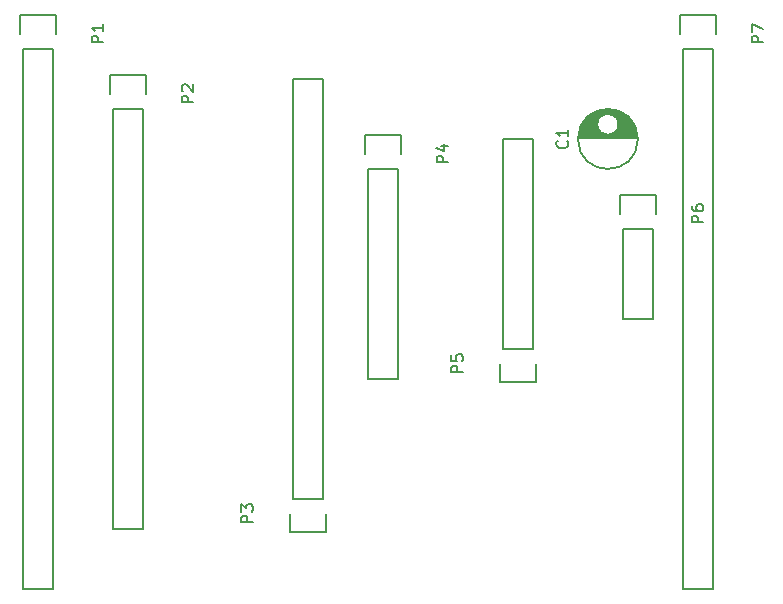
<source format=gbr>
G04 #@! TF.FileFunction,Legend,Top*
%FSLAX46Y46*%
G04 Gerber Fmt 4.6, Leading zero omitted, Abs format (unit mm)*
G04 Created by KiCad (PCBNEW 4.0.3+e1-6302~38~ubuntu16.04.1-stable) date Tue Aug 16 16:01:47 2016*
%MOMM*%
%LPD*%
G01*
G04 APERTURE LIST*
%ADD10C,0.100000*%
%ADD11C,0.150000*%
G04 APERTURE END LIST*
D10*
D11*
X96561000Y-64715000D02*
X101559000Y-64715000D01*
X96569000Y-64575000D02*
X101551000Y-64575000D01*
X96585000Y-64435000D02*
X98965000Y-64435000D01*
X99155000Y-64435000D02*
X101535000Y-64435000D01*
X96609000Y-64295000D02*
X98570000Y-64295000D01*
X99550000Y-64295000D02*
X101511000Y-64295000D01*
X96642000Y-64155000D02*
X98403000Y-64155000D01*
X99717000Y-64155000D02*
X101478000Y-64155000D01*
X96683000Y-64015000D02*
X98296000Y-64015000D01*
X99824000Y-64015000D02*
X101437000Y-64015000D01*
X96733000Y-63875000D02*
X98225000Y-63875000D01*
X99895000Y-63875000D02*
X101387000Y-63875000D01*
X96794000Y-63735000D02*
X98181000Y-63735000D01*
X99939000Y-63735000D02*
X101326000Y-63735000D01*
X96864000Y-63595000D02*
X98162000Y-63595000D01*
X99958000Y-63595000D02*
X101256000Y-63595000D01*
X96946000Y-63455000D02*
X98164000Y-63455000D01*
X99956000Y-63455000D02*
X101174000Y-63455000D01*
X97041000Y-63315000D02*
X98189000Y-63315000D01*
X99931000Y-63315000D02*
X101079000Y-63315000D01*
X97152000Y-63175000D02*
X98237000Y-63175000D01*
X99883000Y-63175000D02*
X100968000Y-63175000D01*
X97280000Y-63035000D02*
X98315000Y-63035000D01*
X99805000Y-63035000D02*
X100840000Y-63035000D01*
X97429000Y-62895000D02*
X98432000Y-62895000D01*
X99688000Y-62895000D02*
X100691000Y-62895000D01*
X97608000Y-62755000D02*
X98620000Y-62755000D01*
X99500000Y-62755000D02*
X100512000Y-62755000D01*
X97827000Y-62615000D02*
X100293000Y-62615000D01*
X98116000Y-62475000D02*
X100004000Y-62475000D01*
X98588000Y-62335000D02*
X99532000Y-62335000D01*
X99960000Y-63540000D02*
G75*
G03X99960000Y-63540000I-900000J0D01*
G01*
X101597500Y-64790000D02*
G75*
G03X101597500Y-64790000I-2537500J0D01*
G01*
X49530000Y-57150000D02*
X49530000Y-102870000D01*
X49530000Y-102870000D02*
X52070000Y-102870000D01*
X52070000Y-102870000D02*
X52070000Y-57150000D01*
X49250000Y-54330000D02*
X49250000Y-55880000D01*
X49530000Y-57150000D02*
X52070000Y-57150000D01*
X52350000Y-55880000D02*
X52350000Y-54330000D01*
X52350000Y-54330000D02*
X49250000Y-54330000D01*
X59690000Y-62230000D02*
X59690000Y-97790000D01*
X59690000Y-97790000D02*
X57150000Y-97790000D01*
X57150000Y-97790000D02*
X57150000Y-62230000D01*
X56870000Y-59410000D02*
X56870000Y-60960000D01*
X57150000Y-62230000D02*
X59690000Y-62230000D01*
X59970000Y-60960000D02*
X59970000Y-59410000D01*
X59970000Y-59410000D02*
X56870000Y-59410000D01*
X72390000Y-95250000D02*
X72390000Y-59690000D01*
X72390000Y-59690000D02*
X74930000Y-59690000D01*
X74930000Y-59690000D02*
X74930000Y-95250000D01*
X75210000Y-98070000D02*
X75210000Y-96520000D01*
X74930000Y-95250000D02*
X72390000Y-95250000D01*
X72110000Y-96520000D02*
X72110000Y-98070000D01*
X72110000Y-98070000D02*
X75210000Y-98070000D01*
X78740000Y-67310000D02*
X78740000Y-85090000D01*
X78740000Y-85090000D02*
X81280000Y-85090000D01*
X81280000Y-85090000D02*
X81280000Y-67310000D01*
X78460000Y-64490000D02*
X78460000Y-66040000D01*
X78740000Y-67310000D02*
X81280000Y-67310000D01*
X81560000Y-66040000D02*
X81560000Y-64490000D01*
X81560000Y-64490000D02*
X78460000Y-64490000D01*
X92710000Y-82550000D02*
X92710000Y-64770000D01*
X92710000Y-64770000D02*
X90170000Y-64770000D01*
X90170000Y-64770000D02*
X90170000Y-82550000D01*
X92990000Y-85370000D02*
X92990000Y-83820000D01*
X92710000Y-82550000D02*
X90170000Y-82550000D01*
X89890000Y-83820000D02*
X89890000Y-85370000D01*
X89890000Y-85370000D02*
X92990000Y-85370000D01*
X102870000Y-72390000D02*
X102870000Y-80010000D01*
X100330000Y-72390000D02*
X100330000Y-80010000D01*
X100050000Y-69570000D02*
X100050000Y-71120000D01*
X102870000Y-80010000D02*
X100330000Y-80010000D01*
X100330000Y-72390000D02*
X102870000Y-72390000D01*
X103150000Y-71120000D02*
X103150000Y-69570000D01*
X103150000Y-69570000D02*
X100050000Y-69570000D01*
X105410000Y-57150000D02*
X105410000Y-102870000D01*
X105410000Y-102870000D02*
X107950000Y-102870000D01*
X107950000Y-102870000D02*
X107950000Y-57150000D01*
X105130000Y-54330000D02*
X105130000Y-55880000D01*
X105410000Y-57150000D02*
X107950000Y-57150000D01*
X108230000Y-55880000D02*
X108230000Y-54330000D01*
X108230000Y-54330000D02*
X105130000Y-54330000D01*
X95617143Y-64956666D02*
X95664762Y-65004285D01*
X95712381Y-65147142D01*
X95712381Y-65242380D01*
X95664762Y-65385238D01*
X95569524Y-65480476D01*
X95474286Y-65528095D01*
X95283810Y-65575714D01*
X95140952Y-65575714D01*
X94950476Y-65528095D01*
X94855238Y-65480476D01*
X94760000Y-65385238D01*
X94712381Y-65242380D01*
X94712381Y-65147142D01*
X94760000Y-65004285D01*
X94807619Y-64956666D01*
X95712381Y-64004285D02*
X95712381Y-64575714D01*
X95712381Y-64290000D02*
X94712381Y-64290000D01*
X94855238Y-64385238D01*
X94950476Y-64480476D01*
X94998095Y-64575714D01*
X56352381Y-56618095D02*
X55352381Y-56618095D01*
X55352381Y-56237142D01*
X55400000Y-56141904D01*
X55447619Y-56094285D01*
X55542857Y-56046666D01*
X55685714Y-56046666D01*
X55780952Y-56094285D01*
X55828571Y-56141904D01*
X55876190Y-56237142D01*
X55876190Y-56618095D01*
X56352381Y-55094285D02*
X56352381Y-55665714D01*
X56352381Y-55380000D02*
X55352381Y-55380000D01*
X55495238Y-55475238D01*
X55590476Y-55570476D01*
X55638095Y-55665714D01*
X63972381Y-61698095D02*
X62972381Y-61698095D01*
X62972381Y-61317142D01*
X63020000Y-61221904D01*
X63067619Y-61174285D01*
X63162857Y-61126666D01*
X63305714Y-61126666D01*
X63400952Y-61174285D01*
X63448571Y-61221904D01*
X63496190Y-61317142D01*
X63496190Y-61698095D01*
X63067619Y-60745714D02*
X63020000Y-60698095D01*
X62972381Y-60602857D01*
X62972381Y-60364761D01*
X63020000Y-60269523D01*
X63067619Y-60221904D01*
X63162857Y-60174285D01*
X63258095Y-60174285D01*
X63400952Y-60221904D01*
X63972381Y-60793333D01*
X63972381Y-60174285D01*
X69012381Y-97258095D02*
X68012381Y-97258095D01*
X68012381Y-96877142D01*
X68060000Y-96781904D01*
X68107619Y-96734285D01*
X68202857Y-96686666D01*
X68345714Y-96686666D01*
X68440952Y-96734285D01*
X68488571Y-96781904D01*
X68536190Y-96877142D01*
X68536190Y-97258095D01*
X68012381Y-96353333D02*
X68012381Y-95734285D01*
X68393333Y-96067619D01*
X68393333Y-95924761D01*
X68440952Y-95829523D01*
X68488571Y-95781904D01*
X68583810Y-95734285D01*
X68821905Y-95734285D01*
X68917143Y-95781904D01*
X68964762Y-95829523D01*
X69012381Y-95924761D01*
X69012381Y-96210476D01*
X68964762Y-96305714D01*
X68917143Y-96353333D01*
X85562381Y-66778095D02*
X84562381Y-66778095D01*
X84562381Y-66397142D01*
X84610000Y-66301904D01*
X84657619Y-66254285D01*
X84752857Y-66206666D01*
X84895714Y-66206666D01*
X84990952Y-66254285D01*
X85038571Y-66301904D01*
X85086190Y-66397142D01*
X85086190Y-66778095D01*
X84895714Y-65349523D02*
X85562381Y-65349523D01*
X84514762Y-65587619D02*
X85229048Y-65825714D01*
X85229048Y-65206666D01*
X86792381Y-84558095D02*
X85792381Y-84558095D01*
X85792381Y-84177142D01*
X85840000Y-84081904D01*
X85887619Y-84034285D01*
X85982857Y-83986666D01*
X86125714Y-83986666D01*
X86220952Y-84034285D01*
X86268571Y-84081904D01*
X86316190Y-84177142D01*
X86316190Y-84558095D01*
X85792381Y-83081904D02*
X85792381Y-83558095D01*
X86268571Y-83605714D01*
X86220952Y-83558095D01*
X86173333Y-83462857D01*
X86173333Y-83224761D01*
X86220952Y-83129523D01*
X86268571Y-83081904D01*
X86363810Y-83034285D01*
X86601905Y-83034285D01*
X86697143Y-83081904D01*
X86744762Y-83129523D01*
X86792381Y-83224761D01*
X86792381Y-83462857D01*
X86744762Y-83558095D01*
X86697143Y-83605714D01*
X107152381Y-71858095D02*
X106152381Y-71858095D01*
X106152381Y-71477142D01*
X106200000Y-71381904D01*
X106247619Y-71334285D01*
X106342857Y-71286666D01*
X106485714Y-71286666D01*
X106580952Y-71334285D01*
X106628571Y-71381904D01*
X106676190Y-71477142D01*
X106676190Y-71858095D01*
X106152381Y-70429523D02*
X106152381Y-70620000D01*
X106200000Y-70715238D01*
X106247619Y-70762857D01*
X106390476Y-70858095D01*
X106580952Y-70905714D01*
X106961905Y-70905714D01*
X107057143Y-70858095D01*
X107104762Y-70810476D01*
X107152381Y-70715238D01*
X107152381Y-70524761D01*
X107104762Y-70429523D01*
X107057143Y-70381904D01*
X106961905Y-70334285D01*
X106723810Y-70334285D01*
X106628571Y-70381904D01*
X106580952Y-70429523D01*
X106533333Y-70524761D01*
X106533333Y-70715238D01*
X106580952Y-70810476D01*
X106628571Y-70858095D01*
X106723810Y-70905714D01*
X112232381Y-56618095D02*
X111232381Y-56618095D01*
X111232381Y-56237142D01*
X111280000Y-56141904D01*
X111327619Y-56094285D01*
X111422857Y-56046666D01*
X111565714Y-56046666D01*
X111660952Y-56094285D01*
X111708571Y-56141904D01*
X111756190Y-56237142D01*
X111756190Y-56618095D01*
X111232381Y-55713333D02*
X111232381Y-55046666D01*
X112232381Y-55475238D01*
M02*

</source>
